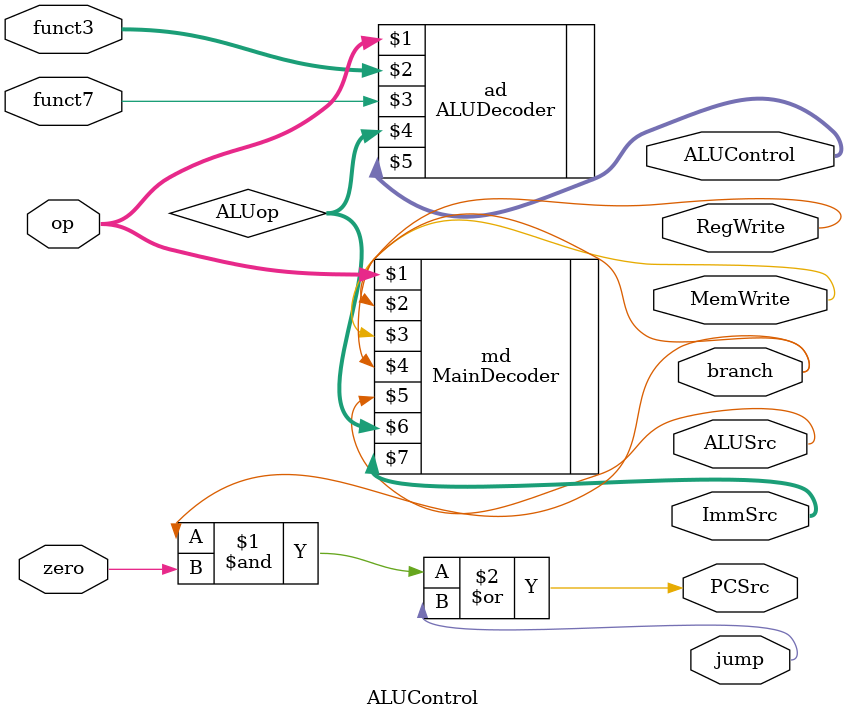
<source format=sv>
module ALUControl(
    input [6:0] op,
    input [2:0] funct3,
    input funct7,
    input zero,
    output wire PCSrc,
    output wire jump,
    output wire ALUSrc,
    output wire RegWrite,
    output wire MemWrite,
    output wire branch,
    output wire [1:0] ImmSrc,
    output wire [2:0] ALUControl
);
    wire [1:0] ALUop;
    MainDecoder md(op, RegWrite, MemWrite, branch, ALUSrc, ALUop, ImmSrc);
    ALUDecoder ad(op, funct3, funct7, ALUop, ALUControl);
    
    assign PCSrc = branch & zero | jump;
endmodule

</source>
